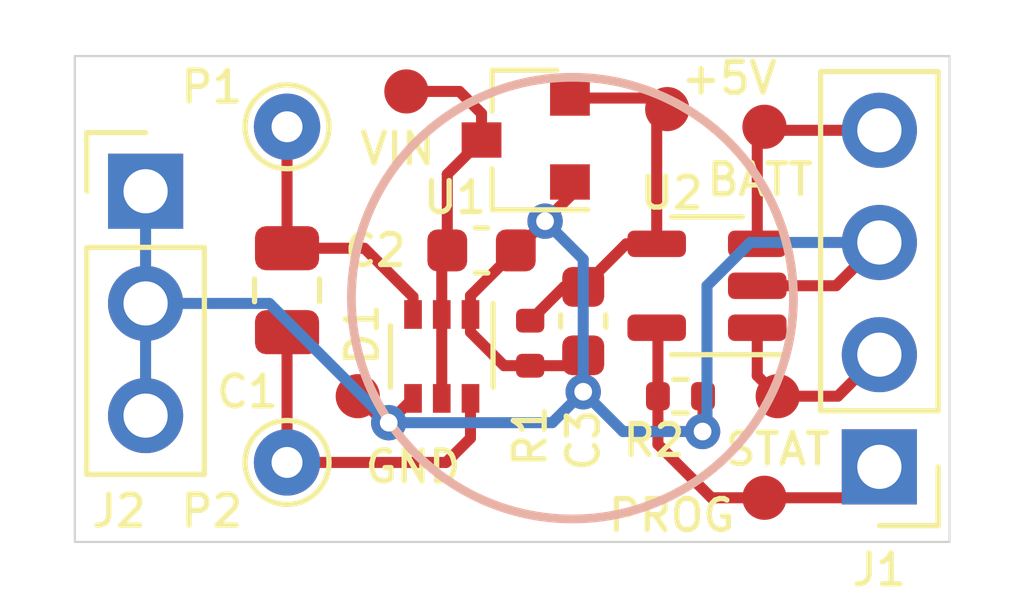
<source format=kicad_pcb>
(kicad_pcb (version 20221018) (generator pcbnew)
  (layers (0 "F.Cu" signal) (31 "B.Cu" signal) (34 "B.Paste" user) (35 "F.Paste" user) (36 "B.SilkS" user "B.Silkscreen") (37 "F.SilkS" user "F.Silkscreen") (38 "B.Mask" user) (39 "F.Mask" user) (44 "Edge.Cuts" user))
  (net 0 "")
  (net 1 "Net-(D1B-K1A2)")
  (net 2 "Net-(D1A-K3A4)")
  (net 3 "VEE")
  (net 4 "GND")
  (net 5 "+5V")
  (net 6 "+BATT")
  (net 7 "/STAT")
  (net 8 "/PROG")
  (footprint "Capacitor_SMD:C_0805_2012Metric" (layer "F.Cu") (at 139.3 88.7 -90)
    (fp_text reference "C1" (at 2.3 0.9 -180) (layer "F.SilkS") (effects (font (size 0.7 0.7) (thickness 0.12))))
    (fp_text value "12nF 50V 5% NP0")
    (fp_line (start -0.261252 -0.735) (end 0.261252 -0.735) (stroke (width 0.12)) (layer "F.SilkS"))
    (fp_line (start -0.261252 0.735) (end 0.261252 0.735) (stroke (width 0.12)) (layer "F.SilkS"))
    (pad "1" smd roundrect (at -0.95 0 270) (size 1 1.45) (layers "F.Cu" "F.Paste" "F.Mask") (net 1 "Net-(D1B-K1A2)"))
    (pad "2" smd roundrect (at 0.95 0 270) (size 1 1.45) (layers "F.Cu" "F.Paste" "F.Mask") (net 2 "Net-(D1A-K3A4)"))
  )
  (footprint "Pixels-dice:TEST_PIN" (layer "F.Cu") (at 150.1 85)
    (fp_text reference "W6" hide)
    (fp_text value "BATT" (at -0.1 1.2) (layer "F.SilkS") (effects (font (size 0.7 0.7) (thickness 0.12))))
    (pad "1" smd circle (at 0 0) (size 1 1) (layers "F.Cu" "F.Mask") (net 6 "+BATT"))
  )
  (footprint "Pixels-dice:TEST_PIN" (layer "F.Cu") (at 147.9 84.6)
    (fp_text reference "W3" hide)
    (fp_text value "+5V" (at 1.4 -0.7) (layer "F.SilkS") (effects (font (size 0.7 0.7) (thickness 0.12))))
    (pad "1" smd circle (at 0 0) (size 1 1) (layers "F.Cu" "F.Mask") (net 5 "+5V"))
  )
  (footprint "Capacitor_SMD:C_0603_1608Metric" (layer "F.Cu") (at 146 89.4 -90)
    (fp_text reference "C3" (at 2.7 0 90) (layer "F.SilkS") (effects (font (size 0.7 0.7) (thickness 0.12))))
    (fp_text value "22uF 10V 20%")
    (fp_line (start -0.14058 -0.51) (end 0.14058 -0.51) (stroke (width 0.12)) (layer "F.SilkS"))
    (fp_line (start -0.14058 0.51) (end 0.14058 0.51) (stroke (width 0.12)) (layer "F.SilkS"))
    (pad "1" smd roundrect (at -0.775 0 270) (size 0.9 0.95) (layers "F.Cu" "F.Paste" "F.Mask") (net 5 "+5V"))
    (pad "2" smd roundrect (at 0.775 0 270) (size 0.9 0.95) (layers "F.Cu" "F.Paste" "F.Mask") (net 4 "GND"))
  )
  (footprint "Pixels-dice:TEST_PIN" (layer "F.Cu") (at 140.9 91.1)
    (fp_text reference "W2" hide)
    (fp_text value "GND" (at 1.25 1.6) (layer "F.SilkS") (effects (font (size 0.7 0.7) (thickness 0.12))))
    (pad "1" smd circle (at 0 0) (size 1 1) (layers "F.Cu" "F.Mask") (net 4 "GND"))
  )
  (footprint "Pixels-dice:TEST_PIN" (layer "F.Cu") (at 150.1 93.4)
    (fp_text reference "W4" hide)
    (fp_text value "PROG" (at -2.1 0.4) (layer "F.SilkS") (effects (font (size 0.7 0.7) (thickness 0.12))))
    (pad "1" smd circle (at 0 0) (size 1 1) (layers "F.Cu" "F.Mask") (net 8 "/PROG"))
  )
  (footprint "Package_TO_SOT_SMD:SOT-23-5" (layer "F.Cu") (at 148.8 88.6 180)
    (fp_text reference "U2" (at 0.8 2.1) (layer "F.SilkS") (effects (font (size 0.7 0.7) (thickness 0.12))))
    (fp_text value "MCP73832T-2ACI/OT")
    (fp_line (start 0 -1.56) (end -1.8 -1.56) (stroke (width 0.12)) (layer "F.SilkS"))
    (fp_line (start 0 -1.56) (end 0.8 -1.56) (stroke (width 0.12)) (layer "F.SilkS"))
    (fp_line (start 0 1.56) (end -0.8 1.56) (stroke (width 0.12)) (layer "F.SilkS"))
    (fp_line (start 0 1.56) (end 0.8 1.56) (stroke (width 0.12)) (layer "F.SilkS"))
    (pad "1" smd roundrect (at -1.1375 -0.95 180) (size 1.325 0.6) (layers "F.Cu" "F.Paste" "F.Mask") (net 7 "/STAT"))
    (pad "2" smd roundrect (at -1.1375 0 180) (size 1.325 0.6) (layers "F.Cu" "F.Paste" "F.Mask") (net 4 "GND"))
    (pad "3" smd roundrect (at -1.1375 0.95 180) (size 1.325 0.6) (layers "F.Cu" "F.Paste" "F.Mask") (net 6 "+BATT"))
    (pad "4" smd roundrect (at 1.1375 0.95 180) (size 1.325 0.6) (layers "F.Cu" "F.Paste" "F.Mask") (net 5 "+5V"))
    (pad "5" smd roundrect (at 1.1375 -0.95 180) (size 1.325 0.6) (layers "F.Cu" "F.Paste" "F.Mask") (net 8 "/PROG"))
  )
  (footprint "TestPoint:TestPoint_THTPad_D1.5mm_Drill0.7mm" (layer "F.Cu") (at 139.3 85)
    (fp_text reference "P1" (at -1.7 -0.9) (layer "F.SilkS") (effects (font (size 0.7 0.7) (thickness 0.12))))
    (fp_text value "COILA")
    (fp_circle (center 0 0) (end 0 0.95) (stroke (width 0.12)) (fill none) (layer "F.SilkS"))
    (pad "1" thru_hole circle (at 0 0) (size 1.5 1.5) (drill 0.7) (layers "*.Cu" "*.Mask") (net 1 "Net-(D1B-K1A2)"))
  )
  (footprint "Pixels-dice:TEST_PIN" (layer "F.Cu") (at 150.4 91.1)
    (fp_text reference "W5" hide)
    (fp_text value "STAT" (at 0 1.2) (layer "F.SilkS") (effects (font (size 0.7 0.7) (thickness 0.12))))
    (pad "1" smd circle (at 0 0) (size 1 1) (layers "F.Cu" "F.Mask") (net 7 "/STAT"))
  )
  (footprint "Pixels-dice:R_0402_1005Metric" (layer "F.Cu") (at 144.8 89.9 -90)
    (fp_text reference "R1" (at 2.1 0 90) (layer "F.SilkS") (effects (font (size 0.7 0.7) (thickness 0.12))))
    (fp_text value "100k 1%")
    (pad "1" smd roundrect (at -0.51 0 270) (size 0.54 0.64) (layers "F.Cu" "F.Paste" "F.Mask") (net 5 "+5V"))
    (pad "2" smd roundrect (at 0.51 0 270) (size 0.54 0.64) (layers "F.Cu" "F.Paste" "F.Mask") (net 4 "GND"))
  )
  (footprint "Connector_PinHeader_2.54mm:PinHeader_1x04_P2.54mm_Vertical" (layer "F.Cu") (at 152.7 92.7 180)
    (fp_text reference "J1" (at 0 -2.33) (layer "F.SilkS") (effects (font (size 0.7 0.7) (thickness 0.12))))
    (fp_text value "Conn_01x04")
    (fp_line (start -1.33 -1.33) (end 0 -1.33) (stroke (width 0.12)) (layer "F.SilkS"))
    (fp_line (start -1.33 0) (end -1.33 -1.33) (stroke (width 0.12)) (layer "F.SilkS"))
    (fp_line (start -1.33 1.27) (end -1.33 8.95) (stroke (width 0.12)) (layer "F.SilkS"))
    (fp_line (start -1.33 1.27) (end 1.33 1.27) (stroke (width 0.12)) (layer "F.SilkS"))
    (fp_line (start -1.33 8.95) (end 1.33 8.95) (stroke (width 0.12)) (layer "F.SilkS"))
    (fp_line (start 1.33 1.27) (end 1.33 8.95) (stroke (width 0.12)) (layer "F.SilkS"))
    (pad "1" thru_hole rect (at 0 0 180) (size 1.7 1.7) (drill 1) (layers "*.Cu" "*.Mask") (net 8 "/PROG"))
    (pad "2" thru_hole oval (at 0 2.54 180) (size 1.7 1.7) (drill 1) (layers "*.Cu" "*.Mask") (net 7 "/STAT"))
    (pad "3" thru_hole oval (at 0 5.08 180) (size 1.7 1.7) (drill 1) (layers "*.Cu" "*.Mask") (net 4 "GND"))
    (pad "4" thru_hole oval (at 0 7.62 180) (size 1.7 1.7) (drill 1) (layers "*.Cu" "*.Mask") (net 6 "+BATT"))
  )
  (footprint "Resistor_SMD:R_0402_1005Metric" (layer "F.Cu") (at 148.2 91.1)
    (fp_text reference "R2" (at -0.6 1) (layer "F.SilkS") (effects (font (size 0.7 0.7) (thickness 0.12))))
    (fp_text value "22k 1%")
    (fp_line (start -0.153641 -0.38) (end 0.153641 -0.38) (stroke (width 0.12)) (layer "F.SilkS"))
    (fp_line (start -0.153641 0.38) (end 0.153641 0.38) (stroke (width 0.12)) (layer "F.SilkS"))
    (pad "1" smd roundrect (at -0.51 0) (size 0.54 0.64) (layers "F.Cu" "F.Paste" "F.Mask") (net 8 "/PROG"))
    (pad "2" smd roundrect (at 0.51 0) (size 0.54 0.64) (layers "F.Cu" "F.Paste" "F.Mask") (net 4 "GND"))
  )
  (footprint "Package_TO_SOT_SMD:SOT-363_SC-70-6" (layer "F.Cu") (at 142.8 90.2 -90)
    (fp_text reference "D1" (at -0.5 1.8 -90) (layer "F.SilkS") (effects (font (size 0.7 0.7) (thickness 0.12))))
    (fp_text value "BAV99S")
    (fp_line (start -0.7 1.16) (end 0.7 1.16) (stroke (width 0.12)) (layer "F.SilkS"))
    (fp_line (start 0.7 -1.16) (end -1.2 -1.16) (stroke (width 0.12)) (layer "F.SilkS"))
    (pad "1" smd rect (at -0.95 -0.65 270) (size 0.65 0.4) (layers "F.Cu" "F.Paste" "F.Mask") (net 4 "GND"))
    (pad "2" smd rect (at -0.95 0 270) (size 0.65 0.4) (layers "F.Cu" "F.Paste" "F.Mask") (net 3 "VEE"))
    (pad "3" smd rect (at -0.95 0.65 270) (size 0.65 0.4) (layers "F.Cu" "F.Paste" "F.Mask") (net 1 "Net-(D1B-K1A2)"))
    (pad "4" smd rect (at 0.95 0.65 270) (size 0.65 0.4) (layers "F.Cu" "F.Paste" "F.Mask") (net 4 "GND"))
    (pad "5" smd rect (at 0.95 0 270) (size 0.65 0.4) (layers "F.Cu" "F.Paste" "F.Mask") (net 3 "VEE"))
    (pad "6" smd rect (at 0.95 -0.65 270) (size 0.65 0.4) (layers "F.Cu" "F.Paste" "F.Mask") (net 2 "Net-(D1A-K3A4)"))
  )
  (footprint "Pixels-dice:TEST_PIN" (layer "F.Cu") (at 142 84.2)
    (fp_text reference "W1" hide)
    (fp_text value "VIN" (at -0.2 1.3) (layer "F.SilkS") (effects (font (size 0.7 0.7) (thickness 0.12))))
    (pad "1" smd circle (at 0 0) (size 1 1) (layers "F.Cu" "F.Mask") (net 3 "VEE"))
  )
  (footprint "TestPoint:TestPoint_THTPad_D1.5mm_Drill0.7mm" (layer "F.Cu") (at 139.3 92.6)
    (fp_text reference "P2" (at -1.7 1.1) (layer "F.SilkS") (effects (font (size 0.7 0.7) (thickness 0.12))))
    (fp_text value "COILB")
    (fp_circle (center 0 0) (end 0 0.95) (stroke (width 0.12)) (fill none) (layer "F.SilkS"))
    (pad "1" thru_hole circle (at 0 0) (size 1.5 1.5) (drill 0.7) (layers "*.Cu" "*.Mask") (net 2 "Net-(D1A-K3A4)"))
  )
  (footprint "Capacitor_SMD:C_0603_1608Metric" (layer "F.Cu") (at 143.7 87.8)
    (fp_text reference "C2" (at -2.4 0) (layer "F.SilkS") (effects (font (size 0.7 0.7) (thickness 0.12))))
    (fp_text value "4.7uF 25V 20%")
    (fp_line (start -0.14058 -0.51) (end 0.14058 -0.51) (stroke (width 0.12)) (layer "F.SilkS"))
    (fp_line (start -0.14058 0.51) (end 0.14058 0.51) (stroke (width 0.12)) (layer "F.SilkS"))
    (pad "1" smd roundrect (at -0.775 0) (size 0.9 0.95) (layers "F.Cu" "F.Paste" "F.Mask") (net 3 "VEE"))
    (pad "2" smd roundrect (at 0.775 0) (size 0.9 0.95) (layers "F.Cu" "F.Paste" "F.Mask") (net 4 "GND"))
  )
  (footprint "Pixels-dice:SOT-23" (layer "F.Cu") (at 144.7 85.3)
    (fp_text reference "U1" (at -1.6 1.3 180) (layer "F.SilkS") (effects (font (size 0.7 0.7) (thickness 0.12))))
    (fp_text value "PJ75BL50SA")
    (fp_line (start -0.76 -1.58) (end -0.76 -0.65) (stroke (width 0.12)) (layer "F.SilkS"))
    (fp_line (start -0.76 -1.58) (end 0.7 -1.58) (stroke (width 0.12)) (layer "F.SilkS"))
    (fp_line (start -0.76 1.58) (end -0.76 0.65) (stroke (width 0.12)) (layer "F.SilkS"))
    (fp_line (start -0.76 1.58) (end 1.4 1.58) (stroke (width 0.12)) (layer "F.SilkS"))
    (pad "1" smd rect (at 1 0.95 180) (size 0.9 0.8) (layers "F.Cu" "F.Paste" "F.Mask") (net 4 "GND"))
    (pad "2" smd rect (at 1 -0.95 180) (size 0.9 0.8) (layers "F.Cu" "F.Paste" "F.Mask") (net 5 "+5V"))
    (pad "3" smd rect (at -1 0 180) (size 0.9 0.8) (layers "F.Cu" "F.Paste" "F.Mask") (net 3 "VEE"))
  )
  (footprint "Connector_PinHeader_2.54mm:PinHeader_1x03_P2.54mm_Vertical" (layer "F.Cu") (at 136.1 86.46)
    (fp_text reference "J2" (at -0.6 7.24) (layer "F.SilkS") (effects (font (size 0.7 0.7) (thickness 0.12))))
    (fp_text value "Conn_01x03")
    (fp_line (start -1.33 -1.33) (end 0 -1.33) (stroke (width 0.12)) (layer "F.SilkS"))
    (fp_line (start -1.33 0) (end -1.33 -1.33) (stroke (width 0.12)) (layer "F.SilkS"))
    (fp_line (start -1.33 1.27) (end -1.33 6.41) (stroke (width 0.12)) (layer "F.SilkS"))
    (fp_line (start -1.33 1.27) (end 1.33 1.27) (stroke (width 0.12)) (layer "F.SilkS"))
    (fp_line (start -1.33 6.41) (end 1.33 6.41) (stroke (width 0.12)) (layer "F.SilkS"))
    (fp_line (start 1.33 1.27) (end 1.33 6.41) (stroke (width 0.12)) (layer "F.SilkS"))
    (pad "1" thru_hole rect (at 0 0) (size 1.7 1.7) (drill 1) (layers "*.Cu" "*.Mask") (net 4 "GND"))
    (pad "2" thru_hole oval (at 0 2.54) (size 1.7 1.7) (drill 1) (layers "*.Cu" "*.Mask") (net 4 "GND"))
    (pad "3" thru_hole oval (at 0 5.08) (size 1.7 1.7) (drill 1) (layers "*.Cu" "*.Mask") (net 4 "GND"))
  )
  (gr_circle (center 145.756286 88.88) (end 150.756286 88.88) (stroke (width 0.2)) (fill none) (layer "B.SilkS"))
  (gr_line (start 134.5 83.4) (end 134.5 94.4) (stroke (width 0.05)) (layer "Edge.Cuts"))
  (gr_line (start 154.286286 83.4) (end 134.5 83.4) (stroke (width 0.05)) (layer "Edge.Cuts"))
  (gr_line (start 154.286286 94.4) (end 154.286286 83.4) (stroke (width 0.05)) (layer "Edge.Cuts"))
  (gr_line (start 134.5 94.4) (end 154.286286 94.4) (stroke (width 0.05)) (layer "Edge.Cuts"))
  (segment (start 141.05 87.75) (end 139.3 87.75) (width 0.25) (layer "F.Cu") (net 1))
  (segment (start 142.15 88.85) (end 141.05 87.75) (width 0.25) (layer "F.Cu") (net 1))
  (segment (start 142.15 89.25) (end 142.15 88.85) (width 0.25) (layer "F.Cu") (net 1))
  (segment (start 139.3 85) (end 139.3 87.75) (width 0.25) (layer "F.Cu") (net 1))
  (segment (start 139.3 92.6) (end 142.9 92.6) (width 0.25) (layer "F.Cu") (net 2))
  (segment (start 142.9 92.6) (end 143.45 92.05) (width 0.25) (layer "F.Cu") (net 2))
  (segment (start 143.45 92.05) (end 143.45 91.15) (width 0.25) (layer "F.Cu") (net 2))
  (segment (start 139.3 89.65) (end 139.3 92.6) (width 0.25) (layer "F.Cu") (net 2))
  (segment (start 142.925 86.075) (end 143.7 85.3) (width 0.25) (layer "F.Cu") (net 3))
  (segment (start 142.8 89.25) (end 142.8 87.925) (width 0.25) (layer "F.Cu") (net 3))
  (segment (start 142 84.2) (end 143.2 84.2) (width 0.25) (layer "F.Cu") (net 3))
  (segment (start 143.7 84.7) (end 143.7 85.3) (width 0.25) (layer "F.Cu") (net 3))
  (segment (start 142.8 91.15) (end 142.8 89.25) (width 0.25) (layer "F.Cu") (net 3))
  (segment (start 142.8 87.925) (end 142.925 87.8) (width 0.25) (layer "F.Cu") (net 3))
  (segment (start 142.925 87.8) (end 142.925 86.075) (width 0.25) (layer "F.Cu") (net 3))
  (segment (start 143.2 84.2) (end 143.7 84.7) (width 0.25) (layer "F.Cu") (net 3))
  (segment (start 143.45 89.25) (end 143.45 88.825) (width 0.25) (layer "F.Cu") (net 4))
  (segment (start 145.7 86.25) (end 145.7 86.575) (width 0.25) (layer "F.Cu") (net 4))
  (segment (start 145.1375 87.1375) (end 144.475 87.8) (width 0.25) (layer "F.Cu") (net 4))
  (segment (start 148.71 91.89) (end 148.7 91.9) (width 0.25) (layer "F.Cu") (net 4))
  (segment (start 145.765 90.41) (end 146 90.175) (width 0.25) (layer "F.Cu") (net 4))
  (segment (start 143.45 89.65) (end 144.21 90.41) (width 0.25) (layer "F.Cu") (net 4))
  (segment (start 143.45 89.25) (end 143.45 89.65) (width 0.25) (layer "F.Cu") (net 4))
  (segment (start 142.15 91.15) (end 141.6 91.7) (width 0.25) (layer "F.Cu") (net 4))
  (segment (start 144.8 90.41) (end 145.765 90.41) (width 0.25) (layer "F.Cu") (net 4))
  (segment (start 145.7 86.575) (end 145.1375 87.1375) (width 0.25) (layer "F.Cu") (net 4))
  (segment (start 144.21 90.41) (end 144.8 90.41) (width 0.25) (layer "F.Cu") (net 4))
  (segment (start 146 91) (end 146 90.175) (width 0.25) (layer "F.Cu") (net 4))
  (segment (start 141.5 91.7) (end 141.6 91.7) (width 0.25) (layer "F.Cu") (net 4))
  (segment (start 143.45 88.825) (end 144.475 87.8) (width 0.25) (layer "F.Cu") (net 4))
  (segment (start 148.71 91.1) (end 148.71 91.89) (width 0.25) (layer "F.Cu") (net 4))
  (segment (start 140.9 91.1) (end 141.5 91.7) (width 0.25) (layer "F.Cu") (net 4))
  (segment (start 149.9375 88.6) (end 151.72 88.6) (width 0.25) (layer "F.Cu") (net 4))
  (segment (start 151.72 88.6) (end 152.7 87.62) (width 0.25) (layer "F.Cu") (net 4))
  (via (at 145.1375 87.1375) (size 0.8) (drill 0.4) (layers "F.Cu" "B.Cu") (net 4))
  (via (at 141.6 91.7) (size 0.8) (drill 0.4) (layers "F.Cu" "B.Cu") (net 4))
  (via (at 148.7 91.9) (size 0.8) (drill 0.4) (layers "F.Cu" "B.Cu") (net 4))
  (via (at 146 91) (size 0.8) (drill 0.4) (layers "F.Cu" "B.Cu") (net 4))
  (segment (start 141.6 91.7) (end 138.9 89) (width 0.25) (layer "B.Cu") (net 4))
  (segment (start 146.9 91.9) (end 148.7 91.9) (width 0.25) (layer "B.Cu") (net 4))
  (segment (start 149.78 87.62) (end 148.8 88.6) (width 0.25) (layer "B.Cu") (net 4))
  (segment (start 148.8 88.6) (end 148.8 91.8) (width 0.25) (layer "B.Cu") (net 4))
  (segment (start 136.1 86.46) (end 136.1 89) (width 0.25) (layer "B.Cu") (net 4))
  (segment (start 136.1 89) (end 136.1 91.54) (width 0.25) (layer "B.Cu") (net 4))
  (segment (start 152.7 87.62) (end 149.78 87.62) (width 0.25) (layer "B.Cu") (net 4))
  (segment (start 145.3 91.7) (end 146 91) (width 0.25) (layer "B.Cu") (net 4))
  (segment (start 146 88) (end 146 91) (width 0.25) (layer "B.Cu") (net 4))
  (segment (start 141.6 91.7) (end 145.3 91.7) (width 0.25) (layer "B.Cu") (net 4))
  (segment (start 138.9 89) (end 136.1 89) (width 0.25) (layer "B.Cu") (net 4))
  (segment (start 145.1375 87.1375) (end 146 88) (width 0.25) (layer "B.Cu") (net 4))
  (segment (start 146 91) (end 146.9 91.9) (width 0.25) (layer "B.Cu") (net 4))
  (segment (start 148.8 91.8) (end 148.7 91.9) (width 0.25) (layer "B.Cu") (net 4))
  (segment (start 147.6625 84.8375) (end 147.9 84.6) (width 0.25) (layer "F.Cu") (net 5))
  (segment (start 146.975 87.65) (end 147.6625 87.65) (width 0.25) (layer "F.Cu") (net 5))
  (segment (start 147.6625 87.65) (end 147.6625 84.8375) (width 0.25) (layer "F.Cu") (net 5))
  (segment (start 146 88.625) (end 146.975 87.65) (width 0.25) (layer "F.Cu") (net 5))
  (segment (start 145.565 88.625) (end 146 88.625) (width 0.25) (layer "F.Cu") (net 5))
  (segment (start 145.7 84.35) (end 147.65 84.35) (width 0.25) (layer "F.Cu") (net 5))
  (segment (start 147.65 84.35) (end 147.9 84.6) (width 0.25) (layer "F.Cu") (net 5))
  (segment (start 144.8 89.39) (end 145.565 88.625) (width 0.25) (layer "F.Cu") (net 5))
  (segment (start 149.9375 87.65) (end 149.9375 85.1625) (width 0.25) (layer "F.Cu") (net 6))
  (segment (start 149.9375 85.1625) (end 150.1 85) (width 0.25) (layer "F.Cu") (net 6))
  (segment (start 150.18 85.08) (end 150.1 85) (width 0.25) (layer "F.Cu") (net 6))
  (segment (start 152.7 85.08) (end 150.18 85.08) (width 0.25) (layer "F.Cu") (net 6))
  (segment (start 151.76 91.1) (end 152.7 90.16) (width 0.25) (layer "F.Cu") (net 7))
  (segment (start 149.9375 89.55) (end 149.9375 90.6375) (width 0.25) (layer "F.Cu") (net 7))
  (segment (start 149.9375 90.6375) (end 150.4 91.1) (width 0.25) (layer "F.Cu") (net 7))
  (segment (start 150.4 91.1) (end 151.76 91.1) (width 0.25) (layer "F.Cu") (net 7))
  (segment (start 147.69 91.1) (end 147.69 92.19) (width 0.25) (layer "F.Cu") (net 8))
  (segment (start 147.69 91.1) (end 147.69 89.5775) (width 0.25) (layer "F.Cu") (net 8))
  (segment (start 150.1 93.4) (end 152 93.4) (width 0.25) (layer "F.Cu") (net 8))
  (segment (start 147.69 89.5775) (end 147.6625 89.55) (width 0.25) (layer "F.Cu") (net 8))
  (segment (start 147.69 92.19) (end 148.9 93.4) (width 0.25) (layer "F.Cu") (net 8))
  (segment (start 152 93.4) (end 152.7 92.7) (width 0.25) (layer "F.Cu") (net 8))
  (segment (start 148.9 93.4) (end 150.1 93.4) (width 0.25) (layer "F.Cu") (net 8))
)
</source>
